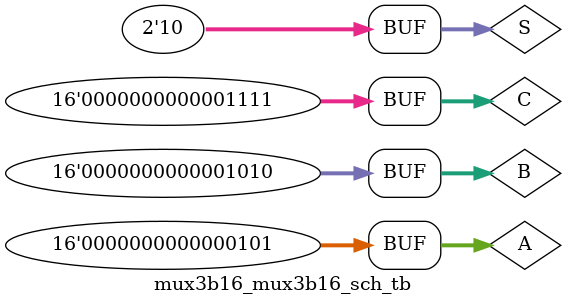
<source format=v>

`timescale 1ns / 1ps

module mux3b16_mux3b16_sch_tb();

// Inputs
   reg [15:0] A;
   reg [15:0] B;
   reg [15:0] C;
   reg [1:0] S;

// Output
   wire [15:0] Result;

// Bidirs

// Instantiate the UUT
   mux3b16 UUT (
		.A(A), 
		.B(B), 
		.C(C), 
		.S(S), 
		.Result(Result)
   );
// Initialize Inputs
	initial begin
		A = 5;
		B = 10;
		C = 15;
		S = 2;
	end
endmodule
</source>
